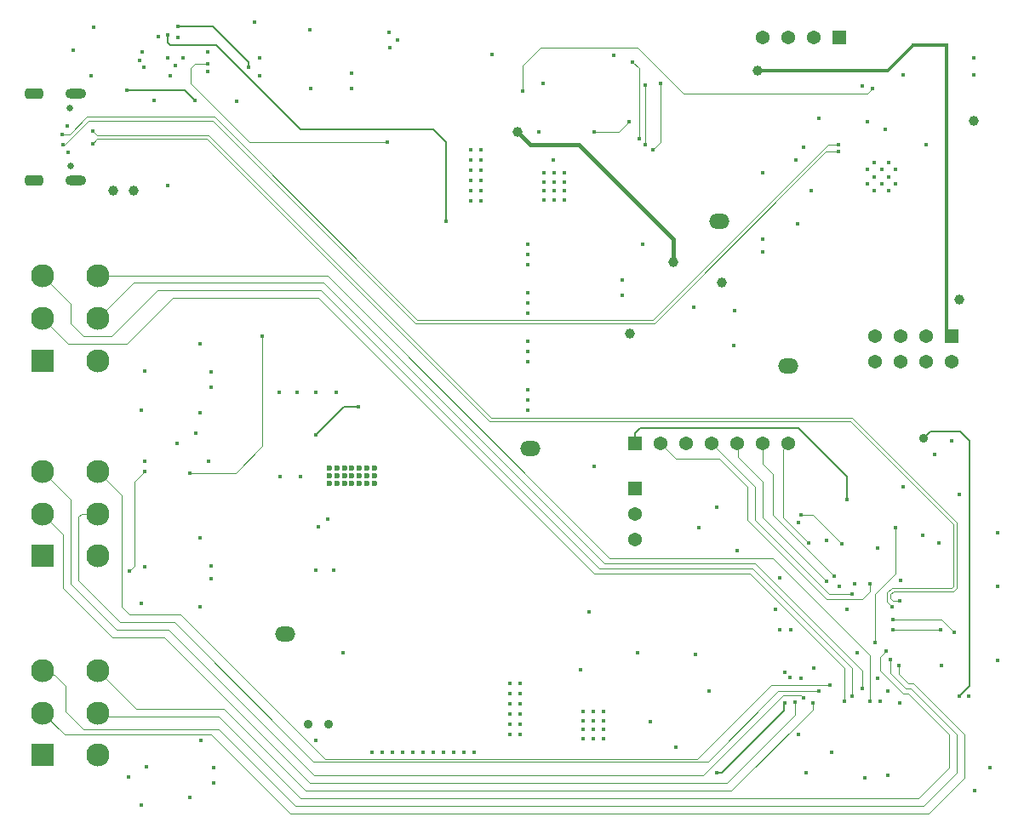
<source format=gbr>
%TF.GenerationSoftware,Altium Limited,Altium Designer,24.4.1 (13)*%
G04 Layer_Physical_Order=4*
G04 Layer_Color=16711680*
%FSLAX45Y45*%
%MOMM*%
%TF.SameCoordinates,7BA59CB3-8EBC-4C6A-B4C6-80429C3BB8AE*%
%TF.FilePolarity,Positive*%
%TF.FileFunction,Copper,L4,Bot,Signal*%
%TF.Part,Single*%
G01*
G75*
%TA.AperFunction,Conductor*%
%ADD68C,0.20000*%
%ADD69C,0.10000*%
%ADD70C,0.40000*%
%ADD72C,0.30000*%
%TA.AperFunction,ComponentPad*%
%ADD79C,0.65000*%
%ADD80O,2.10000X1.00000*%
G04:AMPARAMS|DCode=81|XSize=1.8mm|YSize=1mm|CornerRadius=0.25mm|HoleSize=0mm|Usage=FLASHONLY|Rotation=0.000|XOffset=0mm|YOffset=0mm|HoleType=Round|Shape=RoundedRectangle|*
%AMROUNDEDRECTD81*
21,1,1.80000,0.50000,0,0,0.0*
21,1,1.30000,1.00000,0,0,0.0*
1,1,0.50000,0.65000,-0.25000*
1,1,0.50000,-0.65000,-0.25000*
1,1,0.50000,-0.65000,0.25000*
1,1,0.50000,0.65000,0.25000*
%
%ADD81ROUNDEDRECTD81*%
%ADD82R,1.37000X1.37000*%
%ADD83C,1.37000*%
%TA.AperFunction,ViaPad*%
%ADD84O,2.00000X1.52400*%
%TA.AperFunction,ComponentPad*%
%ADD85C,0.40000*%
%ADD86R,1.37000X1.37000*%
%ADD87R,2.30000X2.30000*%
%ADD88C,2.30000*%
%TA.AperFunction,ViaPad*%
%ADD89C,0.45000*%
%ADD90C,1.00000*%
%ADD91C,0.90000*%
%ADD92C,0.60000*%
D68*
X12115800Y4114800D02*
Y6550660D01*
X12014200Y4013200D02*
X12115800Y4114800D01*
X10896600Y5969000D02*
Y6197600D01*
X10414000Y6680200D02*
X10896600Y6197600D01*
X8839200Y6680200D02*
X10414000D01*
X8788400Y6629400D02*
X8839200Y6680200D01*
X8788400Y6527800D02*
Y6629400D01*
X9652000Y3251200D02*
X10269877Y3869077D01*
X9601200Y3251200D02*
X9652000D01*
X10269877Y3869077D02*
Y3945277D01*
X10274300Y3949700D01*
X11658600Y6578600D02*
X11724640Y6644640D01*
X12021820D01*
X12115800Y6550660D01*
X5892800Y6896100D02*
X6032500D01*
X5613400Y6616700D02*
X5892800Y6896100D01*
X3733800Y10045700D02*
X4305300D01*
X4406900Y9944100D01*
X4165600Y10490200D02*
X4622800D01*
X4140200Y10515600D02*
X4165600Y10490200D01*
X4622800D02*
X5461000Y9652000D01*
X4241800Y10680700D02*
X4584700D01*
X4940300Y10274300D02*
Y10325100D01*
X4584700Y10680700D02*
X4940300Y10325100D01*
X4140200Y10515600D02*
Y10591800D01*
X6908800Y8737600D02*
Y9525000D01*
X5461000Y9652000D02*
X6781800D01*
X6908800Y9525000D01*
D69*
X11501120Y4140200D02*
X11557000D01*
X12065000Y3632200D01*
Y3200400D02*
Y3632200D01*
X11531600Y4089400D02*
X11988800Y3632200D01*
X11480800Y4089400D02*
X11531600D01*
X11988800Y3251200D02*
Y3632200D01*
X11912600Y3302000D02*
Y3632200D01*
X11455400Y4038600D02*
X11506200D01*
X11912600Y3632200D01*
X11293000Y4950300D02*
X11341100Y4902200D01*
X11353800Y4965700D02*
X11417300D01*
X10261600Y5791200D02*
X10515600Y5537200D01*
X10312400Y6519598D02*
Y6527800D01*
X10261600Y6468798D02*
X10312400Y6519598D01*
X10261600Y5791200D02*
Y6468798D01*
X10058400Y6324600D02*
X10160000Y6223000D01*
Y5816600D02*
Y6223000D01*
Y5816600D02*
X10769600Y5207000D01*
X10058400Y5791200D02*
Y6146800D01*
X9811700Y6393500D02*
X10058400Y6146800D01*
Y5791200D02*
X10693400Y5156200D01*
X9550400Y6527800D02*
X9982200Y6096000D01*
Y5765800D02*
Y6096000D01*
Y5765800D02*
X10718800Y5029200D01*
X9906000Y5765800D02*
X10695500Y4976300D01*
X9906000Y5765800D02*
Y6096000D01*
X9811700Y6393500D02*
Y6520500D01*
X9804400Y6527800D02*
X9811700Y6520500D01*
X10706837Y9499600D02*
X10807700D01*
X8966937Y7759700D02*
X10706837Y9499600D01*
X4600100Y9776300D02*
X6616700Y7759700D01*
X8966937D01*
X3338137Y9776300D02*
X4600100D01*
X3092450Y9505950D02*
X3098800Y9499600D01*
X10686500Y9429200D02*
X10807700D01*
X3352800Y9740900D02*
X4585437D01*
X8981600Y7724300D02*
X10686500Y9429200D01*
X4585437Y9740900D02*
X6602037Y7724300D01*
X8981600D01*
X3086100Y9601200D02*
X3163037D01*
X3098800Y9499600D02*
X3111500D01*
X3163037Y9601200D02*
X3338137Y9776300D01*
X3111500Y9499600D02*
X3352800Y9740900D01*
X4541600Y9593500D02*
X7353300Y6781800D01*
X3436700Y9558100D02*
X4526937D01*
X7338637Y6746400D02*
X10932000D01*
X7353300Y6781800D02*
X10946663D01*
X3436700Y9593500D02*
X4541600D01*
X4526937Y9558100D02*
X7338637Y6746400D01*
X11950700Y5105400D02*
Y5727700D01*
X10932000Y6746400D02*
X11950700Y5727700D01*
X3390900Y9512300D02*
X3436700Y9558100D01*
X10946663Y6781800D02*
X11986100Y5742363D01*
X3390900Y9639300D02*
X3436700Y9593500D01*
X11328400Y4991100D02*
X11353800Y4965700D01*
X11293000Y4950300D02*
Y5043863D01*
X11328400Y4991100D02*
Y5029200D01*
X11293000Y5043863D02*
X11341837Y5092700D01*
X11938000D01*
X11328400Y5029200D02*
X11356500Y5057300D01*
X11952663D01*
X11986100Y5090737D01*
Y5742363D01*
X11938000Y5092700D02*
X11950700Y5105400D01*
X9512300Y3365500D02*
X10210800Y4064000D01*
X5588000Y3365500D02*
X9512300D01*
X9404300Y3384500D02*
X10144481Y4124681D01*
X5708700Y3384500D02*
X9404300D01*
X4203700Y4749800D02*
X5588000Y3365500D01*
X4267200Y4826000D02*
X5708700Y3384500D01*
X4150360Y4673600D02*
X5598160Y3225800D01*
X9466580D02*
X10261600Y4020820D01*
X10210800Y4064000D02*
X10617200D01*
X10144481Y4124681D02*
X10726699D01*
X10261600Y4020820D02*
X10434627D01*
X5598160Y3225800D02*
X9466580D01*
X10434627Y4020820D02*
X10460027Y3995420D01*
X10462260D01*
X8763000Y10325100D02*
X8826500Y10261600D01*
Y9563100D02*
Y10261600D01*
X11099800Y10007600D02*
X11150600Y10058400D01*
X8813800Y10464800D02*
X9271000Y10007600D01*
X11099800D01*
X7670800Y10287000D02*
X7848600Y10464800D01*
X7670800Y10033000D02*
Y10287000D01*
X7848600Y10464800D02*
X8813800D01*
X9042400Y9525000D02*
Y10109200D01*
X8966200Y9448800D02*
X9042400Y9525000D01*
X8890000Y9499600D02*
Y10096500D01*
X11046900Y10081700D02*
X11049000Y10083800D01*
X10553700Y3881120D02*
Y3949700D01*
X5511800Y3073400D02*
X9745980D01*
X10553700Y3881120D01*
X10556240Y5816600D02*
X10840720Y5532120D01*
X10439400Y5816600D02*
X10556240D01*
X10695500Y4976300D02*
X11046900D01*
X11125200Y5054600D01*
X9042400Y6527800D02*
X9194800Y6375400D01*
X9626600D01*
X9906000Y6096000D01*
X11125200Y5054600D02*
Y5130800D01*
X10718800Y5029200D02*
X10947400D01*
X9931400Y5232400D02*
X10871200Y4292600D01*
X9982200Y5334000D02*
X11049000Y4267200D01*
X8432800Y5283200D02*
X9956800D01*
X10947400Y4292600D01*
X10871200Y3962400D02*
Y4292600D01*
X11049000Y4089400D02*
Y4267200D01*
X10947400Y4013200D02*
Y4292600D01*
X8483600Y5334000D02*
X9982200D01*
X8382000Y5232400D02*
X9931400D01*
X10058400Y6324600D02*
Y6527800D01*
X10378440Y3825240D02*
Y3952240D01*
X11177123Y4546600D02*
Y5030323D01*
X11379200Y5232400D01*
Y5689600D01*
X11353800Y4673600D02*
X11823700D01*
X11836400Y4775200D02*
X11963400Y4648200D01*
X11353800Y4775200D02*
X11836400D01*
X3810000Y6146800D02*
X3911600Y6248400D01*
X3810000Y5308600D02*
Y6146800D01*
X8623300Y9626600D02*
X8724900Y9728200D01*
X5080000Y6502400D02*
Y7594600D01*
X4813300Y6235700D02*
X5080000Y6502400D01*
X4356100Y6235700D02*
X4813300D01*
X3124200Y3860800D02*
Y4114800D01*
X3302000Y3683000D02*
X4648200D01*
X3124200Y3860800D02*
X3302000Y3683000D01*
X3013895Y4225105D02*
X3124200Y4114800D01*
X2895600Y4267200D02*
X2937695Y4225105D01*
X3013895D01*
X8382000Y9626600D02*
X8623300D01*
X4368800Y10109200D02*
Y10261600D01*
Y10109200D02*
X4953000Y9525000D01*
X4368800Y10261600D02*
X4411980Y10304780D01*
X4533900D01*
X4953000Y9525000D02*
X6324600D01*
X3759200Y5257800D02*
X3810000Y5308600D01*
X11125200Y3962400D02*
Y4419600D01*
X10160000Y5384800D02*
X11125200Y4419600D01*
X8534400Y5384800D02*
X10160000D01*
X5638800Y7975600D02*
X8382000Y5232400D01*
X5664200Y8051800D02*
X8432800Y5283200D01*
X5689600Y8128000D02*
X8483600Y5334000D01*
X4191000Y7975600D02*
X5638800D01*
X3801200Y8128000D02*
X5689600D01*
X5726800Y8192400D02*
X8534400Y5384800D01*
X4038600Y8051800D02*
X5664200D01*
X3733800Y7518400D02*
X4191000Y7975600D01*
X3581400Y7594600D02*
X4038600Y8051800D01*
X3445600Y7772400D02*
X3801200Y8128000D01*
X3445600Y8192400D02*
X5726800D01*
X3302000Y7594600D02*
X3581400D01*
X3175000Y7721600D02*
X3302000Y7594600D01*
X3149600Y7518400D02*
X3733800D01*
X2895600Y7772400D02*
X3149600Y7518400D01*
X3175000Y7721600D02*
Y7913000D01*
X2895600Y8192400D02*
X3175000Y7913000D01*
X11325860Y4244340D02*
X11480800Y4089400D01*
X11325860Y4244340D02*
Y4373880D01*
X11226800Y4267200D02*
Y4404360D01*
Y4267200D02*
X11455400Y4038600D01*
X5461000Y2997200D02*
X11607800D01*
X11912600Y3302000D01*
X11226800Y4404360D02*
X11285220Y4462780D01*
X11658600Y2921000D02*
X11988800Y3251200D01*
X5410200Y2921000D02*
X11658600D01*
X11409680Y4231640D02*
X11501120Y4140200D01*
X11709400Y2844800D02*
X12065000Y3200400D01*
X5359400Y2844800D02*
X11709400D01*
X10726699Y4124681D02*
X10728960Y4122420D01*
X9702800Y3149600D02*
X10378440Y3825240D01*
X5554980Y3149600D02*
X9702800D01*
X4572000Y3632200D02*
X5359400Y2844800D01*
X3110600Y3632200D02*
X4572000D01*
X4648200Y3683000D02*
X5410200Y2921000D01*
X4648200Y3810000D02*
X5461000Y2997200D01*
X3533163Y3810000D02*
X4648200D01*
X4699000Y3886200D02*
X5511800Y3073400D01*
X3826600Y3886200D02*
X4699000D01*
X3761740Y4826000D02*
X4267200D01*
X3251200Y5163820D02*
Y5796280D01*
X3283320Y5828400D01*
X3251200Y5163820D02*
X3665220Y4749800D01*
X3175000Y5128260D02*
X3629660Y4673600D01*
X3175000Y5128260D02*
Y5969000D01*
X2895600Y6248400D02*
X3175000Y5969000D01*
X3098800Y5087620D02*
Y5625200D01*
X2895600Y5828400D02*
X3098800Y5625200D01*
Y5087620D02*
X3589020Y4597400D01*
X4107180D02*
X5554980Y3149600D01*
X3589020Y4597400D02*
X4107180D01*
X3629660Y4673600D02*
X4150360D01*
X3665220Y4749800D02*
X4203700D01*
X3683000Y4904740D02*
X3761740Y4826000D01*
X3445600Y4267200D02*
X3826600Y3886200D01*
X3495964Y3847200D02*
X3533163Y3810000D01*
X3445600Y3847200D02*
X3495964D01*
X2895600D02*
X3110600Y3632200D01*
X3683000Y4904740D02*
Y6011000D01*
X3445600Y6248400D02*
X3683000Y6011000D01*
X3283320Y5828400D02*
X3445600D01*
Y3847200D02*
X3484600Y3886200D01*
X11409680Y4231640D02*
Y4320540D01*
D70*
X8229600Y9499600D02*
X9169400Y8559800D01*
Y8331200D02*
Y8559800D01*
X7747000Y9499600D02*
X8229600D01*
X7620000Y9626600D02*
X7747000Y9499600D01*
D72*
X11887200Y7645400D02*
Y10490200D01*
Y7645400D02*
X11938000Y7594600D01*
X10007600Y10236200D02*
X11303000D01*
X11557000Y10490200D02*
X11887200D01*
X11303000Y10236200D02*
X11557000Y10490200D01*
D79*
X3161480Y9862220D02*
D03*
X3174700Y9286800D02*
D03*
D80*
X3224700Y9143800D02*
D03*
Y10007800D02*
D03*
D81*
X2806700Y9143800D02*
D03*
Y10007800D02*
D03*
D82*
X8788400Y6527800D02*
D03*
X10820400Y10566400D02*
D03*
X11938000Y7594600D02*
D03*
D83*
X9042400Y6527800D02*
D03*
X9296400D02*
D03*
X9550400D02*
D03*
X9804400D02*
D03*
X10058400D02*
D03*
X10312400D02*
D03*
X8788400Y5829300D02*
D03*
Y5575300D02*
D03*
X10566400Y10566400D02*
D03*
X10312400D02*
D03*
X10058400D02*
D03*
X11938000Y7340600D02*
D03*
X11684000Y7594600D02*
D03*
Y7340600D02*
D03*
X11430000Y7594600D02*
D03*
Y7340600D02*
D03*
X11176000Y7594600D02*
D03*
Y7340600D02*
D03*
D84*
X9626600Y8737600D02*
D03*
X10312400Y7302500D02*
D03*
X5308600Y4635500D02*
D03*
X7747000Y6477000D02*
D03*
D85*
X11309800Y9321800D02*
D03*
X11099800Y9111800D02*
D03*
Y9251800D02*
D03*
X11239800Y9111800D02*
D03*
Y9251800D02*
D03*
X11379800Y9111800D02*
D03*
Y9251800D02*
D03*
X11169800Y9041800D02*
D03*
Y9181800D02*
D03*
Y9321800D02*
D03*
X11309800Y9041800D02*
D03*
Y9181800D02*
D03*
D86*
X8788400Y6083300D02*
D03*
D87*
X2895600Y7352400D02*
D03*
Y5408400D02*
D03*
Y3427200D02*
D03*
D88*
Y7772400D02*
D03*
Y8192400D02*
D03*
X3445600Y7352400D02*
D03*
Y7772400D02*
D03*
Y8192400D02*
D03*
X2895600Y5828400D02*
D03*
Y6248400D02*
D03*
X3445600Y5408400D02*
D03*
Y5828400D02*
D03*
Y6248400D02*
D03*
X2895600Y3847200D02*
D03*
Y4267200D02*
D03*
X3445600Y3427200D02*
D03*
Y3847200D02*
D03*
Y4267200D02*
D03*
D89*
X12014200Y4013200D02*
D03*
X12103100D02*
D03*
X10563284Y4295716D02*
D03*
X11807884Y5540316D02*
D03*
X11430000Y5168900D02*
D03*
X11341100Y4902200D02*
D03*
X11417300Y4965700D02*
D03*
X10414000Y5740400D02*
D03*
X10515600Y5537200D02*
D03*
X10807700Y9499600D02*
D03*
Y9429200D02*
D03*
X3086100Y9601200D02*
D03*
X3098800Y9499600D02*
D03*
X10388600Y9347200D02*
D03*
X10464800Y9474200D02*
D03*
X10617200Y9765716D02*
D03*
X3390900Y9512300D02*
D03*
Y9639300D02*
D03*
X7721600Y7442200D02*
D03*
Y7543800D02*
D03*
Y7340600D02*
D03*
Y7924800D02*
D03*
Y8026400D02*
D03*
Y8407400D02*
D03*
Y7823200D02*
D03*
Y8305800D02*
D03*
Y8509000D02*
D03*
X3136900Y9690100D02*
D03*
X3149600Y9423400D02*
D03*
X8864600Y8509000D02*
D03*
X5608320Y3573780D02*
D03*
X9601200Y3251200D02*
D03*
X9194800Y3505200D02*
D03*
X7188200Y3454400D02*
D03*
X6883400D02*
D03*
X6781800D02*
D03*
X6578600D02*
D03*
X6273800D02*
D03*
X6985000D02*
D03*
X6375400D02*
D03*
X7086600D02*
D03*
X6680200D02*
D03*
X6477000D02*
D03*
X6172200D02*
D03*
X9387840Y4424680D02*
D03*
X9779000Y7848600D02*
D03*
X11455400Y10198100D02*
D03*
X11938000Y6553200D02*
D03*
X4165600Y10185400D02*
D03*
X4292600Y10363200D02*
D03*
X4140200D02*
D03*
X4216400Y10287000D02*
D03*
X4003040Y9941560D02*
D03*
X5054600Y10185400D02*
D03*
X4826000Y9931400D02*
D03*
X5054600Y10363200D02*
D03*
X5003800Y10718800D02*
D03*
X3403600Y10668000D02*
D03*
X3200400Y10439400D02*
D03*
X3378200Y10185400D02*
D03*
X10820400Y5105400D02*
D03*
X10972800Y5130800D02*
D03*
X9525000Y4064000D02*
D03*
X11201400Y4191000D02*
D03*
X11303000Y4064000D02*
D03*
X10998200Y4445000D02*
D03*
X10896600Y4876800D02*
D03*
X10337800Y4673600D02*
D03*
X9804400Y5461000D02*
D03*
X9423400Y5689600D02*
D03*
X11455400Y6096000D02*
D03*
X12014200Y6019800D02*
D03*
X11303000Y3225800D02*
D03*
X12395200Y5638800D02*
D03*
Y5105400D02*
D03*
Y4368800D02*
D03*
X12319000Y3302000D02*
D03*
X12166600Y3073400D02*
D03*
X10744200Y3454400D02*
D03*
X11074400Y3200400D02*
D03*
X10490200Y3251200D02*
D03*
X8813800Y4445000D02*
D03*
X8940800Y3759200D02*
D03*
X8331200Y4851400D02*
D03*
X8382000Y6299200D02*
D03*
X11836400Y4318000D02*
D03*
X10998200Y10236200D02*
D03*
X8763000Y10325100D02*
D03*
X8572500Y10388600D02*
D03*
X12153900Y10198100D02*
D03*
Y10363200D02*
D03*
X9372600Y7886700D02*
D03*
X9766300Y7505700D02*
D03*
X8661400Y8001000D02*
D03*
Y8153400D02*
D03*
X11887200Y10490200D02*
D03*
X11557000D02*
D03*
X7670800Y10033000D02*
D03*
X11049000Y10083800D02*
D03*
X11150600Y10058400D02*
D03*
X10693400Y5562600D02*
D03*
X10414000Y3632200D02*
D03*
X10185400Y4876800D02*
D03*
X10439400Y5816600D02*
D03*
X7721600Y6858000D02*
D03*
X11277600Y9652000D02*
D03*
X11099800Y9728200D02*
D03*
X11684000Y9499600D02*
D03*
X10439400Y4191000D02*
D03*
X11201400Y5486400D02*
D03*
X10541000Y9042400D02*
D03*
X10947400Y5029200D02*
D03*
X11125200Y5130800D02*
D03*
X10693400Y5156200D02*
D03*
X10769600Y5207000D02*
D03*
X9601200Y5892800D02*
D03*
X10378440Y3952240D02*
D03*
X10058400Y9220200D02*
D03*
X7975600Y9347200D02*
D03*
X11645900Y5613400D02*
D03*
X11770360Y6418580D02*
D03*
X11177123Y4546600D02*
D03*
X11379200Y5689600D02*
D03*
X9042400Y10109200D02*
D03*
X8966200Y9448800D02*
D03*
X11226800Y3962400D02*
D03*
X11823700Y4673600D02*
D03*
X11963400Y4648200D02*
D03*
X11353800Y4673600D02*
D03*
Y4775200D02*
D03*
X10058400Y8559800D02*
D03*
Y8432800D02*
D03*
X3911600Y6350000D02*
D03*
Y6248400D02*
D03*
X8724900Y9728200D02*
D03*
X5080000Y7594600D02*
D03*
X4356100Y6235700D02*
D03*
X8890000Y10096500D02*
D03*
X8826500Y9563100D02*
D03*
X8890000Y9499600D02*
D03*
X8382000Y9626600D02*
D03*
X6032500Y6896100D02*
D03*
X7874000Y10109200D02*
D03*
X7366000Y10401300D02*
D03*
X7831753Y9626247D02*
D03*
X7880013Y9130947D02*
D03*
X8083213Y9219847D02*
D03*
X7981613D02*
D03*
X7880013D02*
D03*
X7981613Y9130947D02*
D03*
X8083213D02*
D03*
Y9042047D02*
D03*
X7981613D02*
D03*
X7880013D02*
D03*
Y8953147D02*
D03*
X7981613D02*
D03*
X8083213D02*
D03*
X8470900Y3594100D02*
D03*
X8369300D02*
D03*
X8267700D02*
D03*
Y3683000D02*
D03*
X8369300D02*
D03*
X8470900D02*
D03*
Y3771900D02*
D03*
X8369300D02*
D03*
X8267700Y3860800D02*
D03*
X8369300D02*
D03*
X8470900D02*
D03*
X8267700Y3771900D02*
D03*
X8242300Y4279900D02*
D03*
X7255173Y9245247D02*
D03*
Y9143647D02*
D03*
Y9042047D02*
D03*
Y8940447D02*
D03*
X7153573D02*
D03*
Y9042047D02*
D03*
Y9143647D02*
D03*
Y9245247D02*
D03*
Y9346847D02*
D03*
X7255173D02*
D03*
Y9448447D02*
D03*
X7153573D02*
D03*
X7721600Y7061200D02*
D03*
Y6959600D02*
D03*
X5422900Y7035800D02*
D03*
X5245100D02*
D03*
X5816600D02*
D03*
X5613400D02*
D03*
X7538720Y4140200D02*
D03*
X7640320D02*
D03*
Y4038600D02*
D03*
X7538720D02*
D03*
Y3937000D02*
D03*
Y3835400D02*
D03*
Y3733800D02*
D03*
Y3632200D02*
D03*
X7640320D02*
D03*
Y3733800D02*
D03*
Y3835400D02*
D03*
Y3937000D02*
D03*
X5880100Y4445000D02*
D03*
X5461000Y6197600D02*
D03*
X5257800D02*
D03*
X10401300Y8712200D02*
D03*
X5549900Y10642600D02*
D03*
X3733800Y10045700D02*
D03*
X4241800Y10680700D02*
D03*
X4940300Y10274300D02*
D03*
X4406900Y9944100D02*
D03*
X4538404Y10226616D02*
D03*
X4533900Y10421620D02*
D03*
X6908800Y8737600D02*
D03*
X6324600Y9525000D02*
D03*
X6337300Y10619300D02*
D03*
X6426200Y10541000D02*
D03*
X6350000Y10464800D02*
D03*
X5969000Y10210800D02*
D03*
Y10058400D02*
D03*
X5562600D02*
D03*
X4419600Y6629400D02*
D03*
X4235429Y6530446D02*
D03*
X4546600Y6350000D02*
D03*
X3873500Y2933700D02*
D03*
X4572000Y7086600D02*
D03*
Y7239000D02*
D03*
Y5181600D02*
D03*
Y5308600D02*
D03*
X4597400Y3302000D02*
D03*
Y3149600D02*
D03*
X3759200Y5257800D02*
D03*
X3746500Y3213100D02*
D03*
X10223500Y5194300D02*
D03*
X10871200Y3962400D02*
D03*
X10947400Y4013200D02*
D03*
X11049000Y4089400D02*
D03*
X11125200Y3962400D02*
D03*
X10553700Y3949700D02*
D03*
X10617200Y4064000D02*
D03*
X10728960Y4122420D02*
D03*
X10274300Y3949700D02*
D03*
X10462260Y3995420D02*
D03*
X4467860Y3573780D02*
D03*
X11409680Y4320540D02*
D03*
X11325860Y4373880D02*
D03*
X11285220Y4462780D02*
D03*
X3924300Y3314700D02*
D03*
X10840720Y5532120D02*
D03*
X10896600Y5969000D02*
D03*
X10223500Y4673600D02*
D03*
X11417300Y3949700D02*
D03*
X10325100Y4203700D02*
D03*
X10274300Y4254500D02*
D03*
X5638800Y5702300D02*
D03*
X5727700Y5778500D02*
D03*
X5613400Y5270500D02*
D03*
X5791200D02*
D03*
X5613400Y6616700D02*
D03*
X4140200Y10591800D02*
D03*
X4043680Y10574020D02*
D03*
X3886200Y10426700D02*
D03*
X3898900Y10274300D02*
D03*
X3860800Y10337800D02*
D03*
X4241800Y10566400D02*
D03*
X4533900Y10304780D02*
D03*
X4140200Y9093200D02*
D03*
X3906520Y7244080D02*
D03*
X3873500Y6858000D02*
D03*
X4457700Y7518400D02*
D03*
Y6832600D02*
D03*
X3873500Y4940300D02*
D03*
X3914140Y5303520D02*
D03*
X4457700Y4902200D02*
D03*
Y5588000D02*
D03*
X4356100Y3009900D02*
D03*
D90*
X3594100Y9042400D02*
D03*
X3797300D02*
D03*
X12014200Y7962900D02*
D03*
X12153900Y9740900D02*
D03*
X9652000Y8128000D02*
D03*
X8737600Y7620000D02*
D03*
X9169400Y8331200D02*
D03*
X7620000Y9626600D02*
D03*
X10007600Y10236200D02*
D03*
D91*
X5740400Y3733800D02*
D03*
X5537200D02*
D03*
X11658600Y6578600D02*
D03*
D92*
X5745600Y6129100D02*
D03*
X5820600D02*
D03*
X5895600D02*
D03*
X5970600D02*
D03*
X6045600D02*
D03*
X6120600D02*
D03*
X6195600D02*
D03*
X5745600Y6279100D02*
D03*
X5820600D02*
D03*
X5895600D02*
D03*
X5970600D02*
D03*
X6045600D02*
D03*
X6120600D02*
D03*
X6195600D02*
D03*
X5745600Y6204100D02*
D03*
X5820600D02*
D03*
X5895600D02*
D03*
X5970600D02*
D03*
X6045600D02*
D03*
X6120600D02*
D03*
X6195600D02*
D03*
%TF.MD5,aae3aed4ccad5edbaef25caa20d3e9a5*%
M02*

</source>
